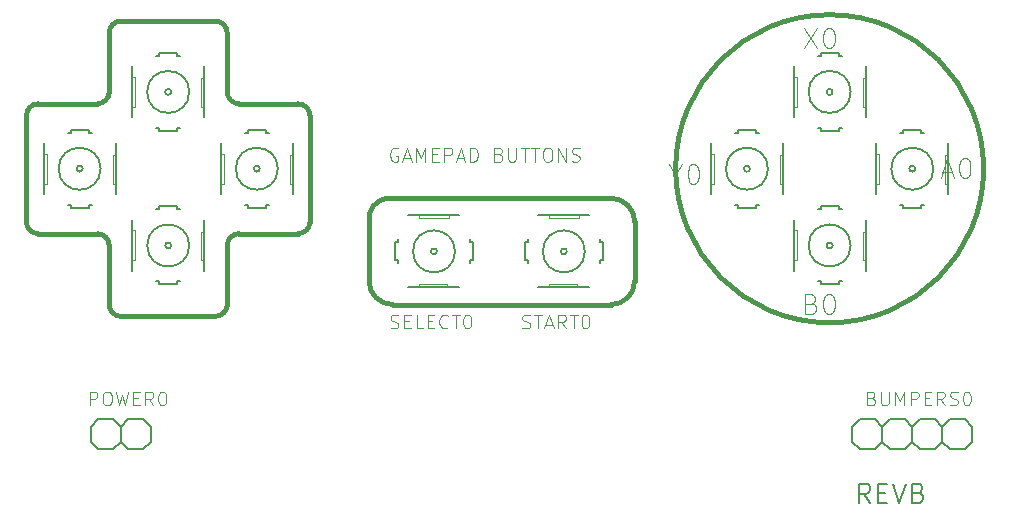
<source format=gbr>
%TF.GenerationSoftware,KiCad,Pcbnew,9.0.2*%
%TF.CreationDate,2025-06-21T15:19:28-04:00*%
%TF.ProjectId,PiGRRL-ButtonPCB,50694752-524c-42d4-9275-74746f6e5043,rev?*%
%TF.SameCoordinates,Original*%
%TF.FileFunction,Legend,Top*%
%TF.FilePolarity,Positive*%
%FSLAX46Y46*%
G04 Gerber Fmt 4.6, Leading zero omitted, Abs format (unit mm)*
G04 Created by KiCad (PCBNEW 9.0.2) date 2025-06-21 15:19:28*
%MOMM*%
%LPD*%
G01*
G04 APERTURE LIST*
%ADD10C,0.406400*%
%ADD11C,0.101600*%
%ADD12C,0.142240*%
%ADD13C,0.114300*%
%ADD14C,0.152400*%
%ADD15C,0.050800*%
G04 APERTURE END LIST*
D10*
X115001100Y-87003600D02*
G75*
G02*
X116001100Y-86003600I1000000J0D01*
G01*
X115001100Y-87003600D02*
X115001100Y-92003600D01*
X115001100Y-92003600D02*
G75*
G02*
X114001100Y-93003600I-1000000J0D01*
G01*
X114001100Y-93003600D02*
X109001100Y-93003600D01*
X108001100Y-94003600D02*
G75*
G02*
X109001100Y-93003600I1000000J0D01*
G01*
X108001100Y-94003600D02*
X108001100Y-103003600D01*
X109001100Y-104003600D02*
G75*
G02*
X108001100Y-103003600I0J1000000D01*
G01*
X109001100Y-104003600D02*
X114001100Y-104003600D01*
X114001100Y-104003600D02*
G75*
G02*
X115001100Y-105003600I0J-1000000D01*
G01*
X115001100Y-105003600D02*
X115001100Y-110003600D01*
X116001100Y-111003600D02*
G75*
G02*
X115001100Y-110003600I0J1000000D01*
G01*
X116001100Y-111003600D02*
X124001100Y-111003600D01*
X125001100Y-110003600D02*
G75*
G02*
X124001100Y-111003600I-1000000J0D01*
G01*
X116001100Y-86003600D02*
X124001100Y-86003600D01*
X124001100Y-86003600D02*
G75*
G02*
X125001100Y-87003600I0J-1000000D01*
G01*
X125001100Y-87003600D02*
X125001100Y-92003600D01*
X126001100Y-93003600D02*
G75*
G02*
X125001100Y-92003600I0J1000000D01*
G01*
X126001100Y-93003600D02*
X131001100Y-93003600D01*
X131001100Y-93003600D02*
G75*
G02*
X132001100Y-94003600I0J-1000000D01*
G01*
X132001100Y-94003600D02*
X132001100Y-103003600D01*
X132001100Y-103003600D02*
G75*
G02*
X131001100Y-104003600I-1000000J0D01*
G01*
X131001100Y-104003600D02*
X126001100Y-104003600D01*
X125001100Y-105003600D02*
G75*
G02*
X126001100Y-104003600I1000000J0D01*
G01*
X125001100Y-105003600D02*
X125001100Y-110003600D01*
X159501100Y-103003600D02*
X159501100Y-108003600D01*
X159501100Y-108003600D02*
G75*
G02*
X157501100Y-110003600I-2000000J0D01*
G01*
X157501100Y-110003600D02*
X139001100Y-110003600D01*
X139001100Y-110003600D02*
G75*
G02*
X137001100Y-108003600I0J2000000D01*
G01*
X137001100Y-108003600D02*
X137001100Y-103003600D01*
X137001100Y-103003600D02*
G75*
G02*
X138501100Y-101003600I1750000J250000D01*
G01*
X138501100Y-101003600D02*
X157501100Y-101003600D01*
X157501100Y-101003600D02*
G75*
G02*
X159501100Y-103003600I0J-2000000D01*
G01*
X189039503Y-98503600D02*
G75*
G02*
X162962697Y-98503600I-13038403J0D01*
G01*
X162962697Y-98503600D02*
G75*
G02*
X189039503Y-98503600I13038403J0D01*
G01*
D11*
X139438151Y-96788964D02*
X139326875Y-96733326D01*
X139326875Y-96733326D02*
X139159961Y-96733326D01*
X139159961Y-96733326D02*
X138993046Y-96788964D01*
X138993046Y-96788964D02*
X138881770Y-96900240D01*
X138881770Y-96900240D02*
X138826132Y-97011516D01*
X138826132Y-97011516D02*
X138770494Y-97234068D01*
X138770494Y-97234068D02*
X138770494Y-97400983D01*
X138770494Y-97400983D02*
X138826132Y-97623535D01*
X138826132Y-97623535D02*
X138881770Y-97734811D01*
X138881770Y-97734811D02*
X138993046Y-97846088D01*
X138993046Y-97846088D02*
X139159961Y-97901726D01*
X139159961Y-97901726D02*
X139271237Y-97901726D01*
X139271237Y-97901726D02*
X139438151Y-97846088D01*
X139438151Y-97846088D02*
X139493789Y-97790449D01*
X139493789Y-97790449D02*
X139493789Y-97400983D01*
X139493789Y-97400983D02*
X139271237Y-97400983D01*
X139938894Y-97567897D02*
X140495275Y-97567897D01*
X139827618Y-97901726D02*
X140217084Y-96733326D01*
X140217084Y-96733326D02*
X140606551Y-97901726D01*
X140996018Y-97901726D02*
X140996018Y-96733326D01*
X140996018Y-96733326D02*
X141385485Y-97567897D01*
X141385485Y-97567897D02*
X141774951Y-96733326D01*
X141774951Y-96733326D02*
X141774951Y-97901726D01*
X142331332Y-97289707D02*
X142720799Y-97289707D01*
X142887713Y-97901726D02*
X142331332Y-97901726D01*
X142331332Y-97901726D02*
X142331332Y-96733326D01*
X142331332Y-96733326D02*
X142887713Y-96733326D01*
X143388456Y-97901726D02*
X143388456Y-96733326D01*
X143388456Y-96733326D02*
X143833561Y-96733326D01*
X143833561Y-96733326D02*
X143944837Y-96788964D01*
X143944837Y-96788964D02*
X144000475Y-96844602D01*
X144000475Y-96844602D02*
X144056113Y-96955878D01*
X144056113Y-96955878D02*
X144056113Y-97122792D01*
X144056113Y-97122792D02*
X144000475Y-97234068D01*
X144000475Y-97234068D02*
X143944837Y-97289707D01*
X143944837Y-97289707D02*
X143833561Y-97345345D01*
X143833561Y-97345345D02*
X143388456Y-97345345D01*
X144501218Y-97567897D02*
X145057599Y-97567897D01*
X144389942Y-97901726D02*
X144779408Y-96733326D01*
X144779408Y-96733326D02*
X145168875Y-97901726D01*
X145558342Y-97901726D02*
X145558342Y-96733326D01*
X145558342Y-96733326D02*
X145836532Y-96733326D01*
X145836532Y-96733326D02*
X146003447Y-96788964D01*
X146003447Y-96788964D02*
X146114723Y-96900240D01*
X146114723Y-96900240D02*
X146170361Y-97011516D01*
X146170361Y-97011516D02*
X146225999Y-97234068D01*
X146225999Y-97234068D02*
X146225999Y-97400983D01*
X146225999Y-97400983D02*
X146170361Y-97623535D01*
X146170361Y-97623535D02*
X146114723Y-97734811D01*
X146114723Y-97734811D02*
X146003447Y-97846088D01*
X146003447Y-97846088D02*
X145836532Y-97901726D01*
X145836532Y-97901726D02*
X145558342Y-97901726D01*
X148006419Y-97289707D02*
X148173333Y-97345345D01*
X148173333Y-97345345D02*
X148228971Y-97400983D01*
X148228971Y-97400983D02*
X148284609Y-97512259D01*
X148284609Y-97512259D02*
X148284609Y-97679173D01*
X148284609Y-97679173D02*
X148228971Y-97790449D01*
X148228971Y-97790449D02*
X148173333Y-97846088D01*
X148173333Y-97846088D02*
X148062057Y-97901726D01*
X148062057Y-97901726D02*
X147616952Y-97901726D01*
X147616952Y-97901726D02*
X147616952Y-96733326D01*
X147616952Y-96733326D02*
X148006419Y-96733326D01*
X148006419Y-96733326D02*
X148117695Y-96788964D01*
X148117695Y-96788964D02*
X148173333Y-96844602D01*
X148173333Y-96844602D02*
X148228971Y-96955878D01*
X148228971Y-96955878D02*
X148228971Y-97067154D01*
X148228971Y-97067154D02*
X148173333Y-97178430D01*
X148173333Y-97178430D02*
X148117695Y-97234068D01*
X148117695Y-97234068D02*
X148006419Y-97289707D01*
X148006419Y-97289707D02*
X147616952Y-97289707D01*
X148785352Y-96733326D02*
X148785352Y-97679173D01*
X148785352Y-97679173D02*
X148840990Y-97790449D01*
X148840990Y-97790449D02*
X148896628Y-97846088D01*
X148896628Y-97846088D02*
X149007904Y-97901726D01*
X149007904Y-97901726D02*
X149230457Y-97901726D01*
X149230457Y-97901726D02*
X149341733Y-97846088D01*
X149341733Y-97846088D02*
X149397371Y-97790449D01*
X149397371Y-97790449D02*
X149453009Y-97679173D01*
X149453009Y-97679173D02*
X149453009Y-96733326D01*
X149842476Y-96733326D02*
X150510133Y-96733326D01*
X150176304Y-97901726D02*
X150176304Y-96733326D01*
X150732686Y-96733326D02*
X151400343Y-96733326D01*
X151066514Y-97901726D02*
X151066514Y-96733326D01*
X152012362Y-96733326D02*
X152234915Y-96733326D01*
X152234915Y-96733326D02*
X152346191Y-96788964D01*
X152346191Y-96788964D02*
X152457467Y-96900240D01*
X152457467Y-96900240D02*
X152513105Y-97122792D01*
X152513105Y-97122792D02*
X152513105Y-97512259D01*
X152513105Y-97512259D02*
X152457467Y-97734811D01*
X152457467Y-97734811D02*
X152346191Y-97846088D01*
X152346191Y-97846088D02*
X152234915Y-97901726D01*
X152234915Y-97901726D02*
X152012362Y-97901726D01*
X152012362Y-97901726D02*
X151901086Y-97846088D01*
X151901086Y-97846088D02*
X151789810Y-97734811D01*
X151789810Y-97734811D02*
X151734172Y-97512259D01*
X151734172Y-97512259D02*
X151734172Y-97122792D01*
X151734172Y-97122792D02*
X151789810Y-96900240D01*
X151789810Y-96900240D02*
X151901086Y-96788964D01*
X151901086Y-96788964D02*
X152012362Y-96733326D01*
X153013848Y-97901726D02*
X153013848Y-96733326D01*
X153013848Y-96733326D02*
X153681505Y-97901726D01*
X153681505Y-97901726D02*
X153681505Y-96733326D01*
X154182248Y-97846088D02*
X154349162Y-97901726D01*
X154349162Y-97901726D02*
X154627353Y-97901726D01*
X154627353Y-97901726D02*
X154738629Y-97846088D01*
X154738629Y-97846088D02*
X154794267Y-97790449D01*
X154794267Y-97790449D02*
X154849905Y-97679173D01*
X154849905Y-97679173D02*
X154849905Y-97567897D01*
X154849905Y-97567897D02*
X154794267Y-97456621D01*
X154794267Y-97456621D02*
X154738629Y-97400983D01*
X154738629Y-97400983D02*
X154627353Y-97345345D01*
X154627353Y-97345345D02*
X154404800Y-97289707D01*
X154404800Y-97289707D02*
X154293524Y-97234068D01*
X154293524Y-97234068D02*
X154237886Y-97178430D01*
X154237886Y-97178430D02*
X154182248Y-97067154D01*
X154182248Y-97067154D02*
X154182248Y-96955878D01*
X154182248Y-96955878D02*
X154237886Y-96844602D01*
X154237886Y-96844602D02*
X154293524Y-96788964D01*
X154293524Y-96788964D02*
X154404800Y-96733326D01*
X154404800Y-96733326D02*
X154682991Y-96733326D01*
X154682991Y-96733326D02*
X154849905Y-96788964D01*
D12*
X179418864Y-126796017D02*
X178873611Y-126017084D01*
X178484144Y-126796017D02*
X178484144Y-125160257D01*
X178484144Y-125160257D02*
X179107291Y-125160257D01*
X179107291Y-125160257D02*
X179263078Y-125238150D01*
X179263078Y-125238150D02*
X179340971Y-125316044D01*
X179340971Y-125316044D02*
X179418864Y-125471830D01*
X179418864Y-125471830D02*
X179418864Y-125705510D01*
X179418864Y-125705510D02*
X179340971Y-125861297D01*
X179340971Y-125861297D02*
X179263078Y-125939190D01*
X179263078Y-125939190D02*
X179107291Y-126017084D01*
X179107291Y-126017084D02*
X178484144Y-126017084D01*
X180119904Y-125939190D02*
X180665158Y-125939190D01*
X180898838Y-126796017D02*
X180119904Y-126796017D01*
X180119904Y-126796017D02*
X180119904Y-125160257D01*
X180119904Y-125160257D02*
X180898838Y-125160257D01*
X181366197Y-125160257D02*
X181911451Y-126796017D01*
X181911451Y-126796017D02*
X182456704Y-125160257D01*
X183547211Y-125939190D02*
X183780891Y-126017084D01*
X183780891Y-126017084D02*
X183858784Y-126094977D01*
X183858784Y-126094977D02*
X183936677Y-126250764D01*
X183936677Y-126250764D02*
X183936677Y-126484444D01*
X183936677Y-126484444D02*
X183858784Y-126640230D01*
X183858784Y-126640230D02*
X183780891Y-126718124D01*
X183780891Y-126718124D02*
X183625104Y-126796017D01*
X183625104Y-126796017D02*
X183001957Y-126796017D01*
X183001957Y-126796017D02*
X183001957Y-125160257D01*
X183001957Y-125160257D02*
X183547211Y-125160257D01*
X183547211Y-125160257D02*
X183702997Y-125238150D01*
X183702997Y-125238150D02*
X183780891Y-125316044D01*
X183780891Y-125316044D02*
X183858784Y-125471830D01*
X183858784Y-125471830D02*
X183858784Y-125627617D01*
X183858784Y-125627617D02*
X183780891Y-125783404D01*
X183780891Y-125783404D02*
X183702997Y-125861297D01*
X183702997Y-125861297D02*
X183547211Y-125939190D01*
X183547211Y-125939190D02*
X183001957Y-125939190D01*
D13*
X162945412Y-98996341D02*
X162945412Y-99788579D01*
X162390845Y-98124879D02*
X162945412Y-98996341D01*
X162945412Y-98996341D02*
X163499978Y-98124879D01*
X164371441Y-98124879D02*
X164529888Y-98124879D01*
X164529888Y-98124879D02*
X164688336Y-98204103D01*
X164688336Y-98204103D02*
X164767560Y-98283327D01*
X164767560Y-98283327D02*
X164846784Y-98441775D01*
X164846784Y-98441775D02*
X164926007Y-98758670D01*
X164926007Y-98758670D02*
X164926007Y-99154789D01*
X164926007Y-99154789D02*
X164846784Y-99471684D01*
X164846784Y-99471684D02*
X164767560Y-99630132D01*
X164767560Y-99630132D02*
X164688336Y-99709356D01*
X164688336Y-99709356D02*
X164529888Y-99788579D01*
X164529888Y-99788579D02*
X164371441Y-99788579D01*
X164371441Y-99788579D02*
X164212993Y-99709356D01*
X164212993Y-99709356D02*
X164133769Y-99630132D01*
X164133769Y-99630132D02*
X164054546Y-99471684D01*
X164054546Y-99471684D02*
X163975322Y-99154789D01*
X163975322Y-99154789D02*
X163975322Y-98758670D01*
X163975322Y-98758670D02*
X164054546Y-98441775D01*
X164054546Y-98441775D02*
X164133769Y-98283327D01*
X164133769Y-98283327D02*
X164212993Y-98204103D01*
X164212993Y-98204103D02*
X164371441Y-98124879D01*
X173811622Y-86624879D02*
X174920755Y-88288579D01*
X174920755Y-86624879D02*
X173811622Y-88288579D01*
X175871441Y-86624879D02*
X176029888Y-86624879D01*
X176029888Y-86624879D02*
X176188336Y-86704103D01*
X176188336Y-86704103D02*
X176267560Y-86783327D01*
X176267560Y-86783327D02*
X176346784Y-86941775D01*
X176346784Y-86941775D02*
X176426007Y-87258670D01*
X176426007Y-87258670D02*
X176426007Y-87654789D01*
X176426007Y-87654789D02*
X176346784Y-87971684D01*
X176346784Y-87971684D02*
X176267560Y-88130132D01*
X176267560Y-88130132D02*
X176188336Y-88209356D01*
X176188336Y-88209356D02*
X176029888Y-88288579D01*
X176029888Y-88288579D02*
X175871441Y-88288579D01*
X175871441Y-88288579D02*
X175712993Y-88209356D01*
X175712993Y-88209356D02*
X175633769Y-88130132D01*
X175633769Y-88130132D02*
X175554546Y-87971684D01*
X175554546Y-87971684D02*
X175475322Y-87654789D01*
X175475322Y-87654789D02*
X175475322Y-87258670D01*
X175475322Y-87258670D02*
X175554546Y-86941775D01*
X175554546Y-86941775D02*
X175633769Y-86783327D01*
X175633769Y-86783327D02*
X175712993Y-86704103D01*
X175712993Y-86704103D02*
X175871441Y-86624879D01*
X185549293Y-98813236D02*
X186341531Y-98813236D01*
X185390845Y-99288579D02*
X185945412Y-97624879D01*
X185945412Y-97624879D02*
X186499978Y-99288579D01*
X187371441Y-97624879D02*
X187529888Y-97624879D01*
X187529888Y-97624879D02*
X187688336Y-97704103D01*
X187688336Y-97704103D02*
X187767560Y-97783327D01*
X187767560Y-97783327D02*
X187846784Y-97941775D01*
X187846784Y-97941775D02*
X187926007Y-98258670D01*
X187926007Y-98258670D02*
X187926007Y-98654789D01*
X187926007Y-98654789D02*
X187846784Y-98971684D01*
X187846784Y-98971684D02*
X187767560Y-99130132D01*
X187767560Y-99130132D02*
X187688336Y-99209356D01*
X187688336Y-99209356D02*
X187529888Y-99288579D01*
X187529888Y-99288579D02*
X187371441Y-99288579D01*
X187371441Y-99288579D02*
X187212993Y-99209356D01*
X187212993Y-99209356D02*
X187133769Y-99130132D01*
X187133769Y-99130132D02*
X187054546Y-98971684D01*
X187054546Y-98971684D02*
X186975322Y-98654789D01*
X186975322Y-98654789D02*
X186975322Y-98258670D01*
X186975322Y-98258670D02*
X187054546Y-97941775D01*
X187054546Y-97941775D02*
X187133769Y-97783327D01*
X187133769Y-97783327D02*
X187212993Y-97704103D01*
X187212993Y-97704103D02*
X187371441Y-97624879D01*
X174445412Y-109917117D02*
X174683084Y-109996341D01*
X174683084Y-109996341D02*
X174762307Y-110075565D01*
X174762307Y-110075565D02*
X174841531Y-110234013D01*
X174841531Y-110234013D02*
X174841531Y-110471684D01*
X174841531Y-110471684D02*
X174762307Y-110630132D01*
X174762307Y-110630132D02*
X174683084Y-110709356D01*
X174683084Y-110709356D02*
X174524636Y-110788579D01*
X174524636Y-110788579D02*
X173890846Y-110788579D01*
X173890846Y-110788579D02*
X173890846Y-109124879D01*
X173890846Y-109124879D02*
X174445412Y-109124879D01*
X174445412Y-109124879D02*
X174603860Y-109204103D01*
X174603860Y-109204103D02*
X174683084Y-109283327D01*
X174683084Y-109283327D02*
X174762307Y-109441775D01*
X174762307Y-109441775D02*
X174762307Y-109600222D01*
X174762307Y-109600222D02*
X174683084Y-109758670D01*
X174683084Y-109758670D02*
X174603860Y-109837894D01*
X174603860Y-109837894D02*
X174445412Y-109917117D01*
X174445412Y-109917117D02*
X173890846Y-109917117D01*
X175871441Y-109124879D02*
X176029888Y-109124879D01*
X176029888Y-109124879D02*
X176188336Y-109204103D01*
X176188336Y-109204103D02*
X176267560Y-109283327D01*
X176267560Y-109283327D02*
X176346784Y-109441775D01*
X176346784Y-109441775D02*
X176426007Y-109758670D01*
X176426007Y-109758670D02*
X176426007Y-110154789D01*
X176426007Y-110154789D02*
X176346784Y-110471684D01*
X176346784Y-110471684D02*
X176267560Y-110630132D01*
X176267560Y-110630132D02*
X176188336Y-110709356D01*
X176188336Y-110709356D02*
X176029888Y-110788579D01*
X176029888Y-110788579D02*
X175871441Y-110788579D01*
X175871441Y-110788579D02*
X175712993Y-110709356D01*
X175712993Y-110709356D02*
X175633769Y-110630132D01*
X175633769Y-110630132D02*
X175554546Y-110471684D01*
X175554546Y-110471684D02*
X175475322Y-110154789D01*
X175475322Y-110154789D02*
X175475322Y-109758670D01*
X175475322Y-109758670D02*
X175554546Y-109441775D01*
X175554546Y-109441775D02*
X175633769Y-109283327D01*
X175633769Y-109283327D02*
X175712993Y-109204103D01*
X175712993Y-109204103D02*
X175871441Y-109124879D01*
X138833636Y-111970356D02*
X138998736Y-112025389D01*
X138998736Y-112025389D02*
X139273903Y-112025389D01*
X139273903Y-112025389D02*
X139383969Y-111970356D01*
X139383969Y-111970356D02*
X139439003Y-111915322D01*
X139439003Y-111915322D02*
X139494036Y-111805256D01*
X139494036Y-111805256D02*
X139494036Y-111695189D01*
X139494036Y-111695189D02*
X139439003Y-111585122D01*
X139439003Y-111585122D02*
X139383969Y-111530089D01*
X139383969Y-111530089D02*
X139273903Y-111475056D01*
X139273903Y-111475056D02*
X139053769Y-111420022D01*
X139053769Y-111420022D02*
X138943703Y-111364989D01*
X138943703Y-111364989D02*
X138888669Y-111309956D01*
X138888669Y-111309956D02*
X138833636Y-111199889D01*
X138833636Y-111199889D02*
X138833636Y-111089822D01*
X138833636Y-111089822D02*
X138888669Y-110979756D01*
X138888669Y-110979756D02*
X138943703Y-110924722D01*
X138943703Y-110924722D02*
X139053769Y-110869689D01*
X139053769Y-110869689D02*
X139328936Y-110869689D01*
X139328936Y-110869689D02*
X139494036Y-110924722D01*
X139989336Y-111420022D02*
X140374570Y-111420022D01*
X140539670Y-112025389D02*
X139989336Y-112025389D01*
X139989336Y-112025389D02*
X139989336Y-110869689D01*
X139989336Y-110869689D02*
X140539670Y-110869689D01*
X141585303Y-112025389D02*
X141034969Y-112025389D01*
X141034969Y-112025389D02*
X141034969Y-110869689D01*
X141970536Y-111420022D02*
X142355770Y-111420022D01*
X142520870Y-112025389D02*
X141970536Y-112025389D01*
X141970536Y-112025389D02*
X141970536Y-110869689D01*
X141970536Y-110869689D02*
X142520870Y-110869689D01*
X143676569Y-111915322D02*
X143621536Y-111970356D01*
X143621536Y-111970356D02*
X143456436Y-112025389D01*
X143456436Y-112025389D02*
X143346369Y-112025389D01*
X143346369Y-112025389D02*
X143181269Y-111970356D01*
X143181269Y-111970356D02*
X143071203Y-111860289D01*
X143071203Y-111860289D02*
X143016169Y-111750222D01*
X143016169Y-111750222D02*
X142961136Y-111530089D01*
X142961136Y-111530089D02*
X142961136Y-111364989D01*
X142961136Y-111364989D02*
X143016169Y-111144856D01*
X143016169Y-111144856D02*
X143071203Y-111034789D01*
X143071203Y-111034789D02*
X143181269Y-110924722D01*
X143181269Y-110924722D02*
X143346369Y-110869689D01*
X143346369Y-110869689D02*
X143456436Y-110869689D01*
X143456436Y-110869689D02*
X143621536Y-110924722D01*
X143621536Y-110924722D02*
X143676569Y-110979756D01*
X144006769Y-110869689D02*
X144667169Y-110869689D01*
X144336969Y-112025389D02*
X144336969Y-110869689D01*
X145272536Y-110869689D02*
X145382602Y-110869689D01*
X145382602Y-110869689D02*
X145492669Y-110924722D01*
X145492669Y-110924722D02*
X145547702Y-110979756D01*
X145547702Y-110979756D02*
X145602736Y-111089822D01*
X145602736Y-111089822D02*
X145657769Y-111309956D01*
X145657769Y-111309956D02*
X145657769Y-111585122D01*
X145657769Y-111585122D02*
X145602736Y-111805256D01*
X145602736Y-111805256D02*
X145547702Y-111915322D01*
X145547702Y-111915322D02*
X145492669Y-111970356D01*
X145492669Y-111970356D02*
X145382602Y-112025389D01*
X145382602Y-112025389D02*
X145272536Y-112025389D01*
X145272536Y-112025389D02*
X145162469Y-111970356D01*
X145162469Y-111970356D02*
X145107436Y-111915322D01*
X145107436Y-111915322D02*
X145052402Y-111805256D01*
X145052402Y-111805256D02*
X144997369Y-111585122D01*
X144997369Y-111585122D02*
X144997369Y-111309956D01*
X144997369Y-111309956D02*
X145052402Y-111089822D01*
X145052402Y-111089822D02*
X145107436Y-110979756D01*
X145107436Y-110979756D02*
X145162469Y-110924722D01*
X145162469Y-110924722D02*
X145272536Y-110869689D01*
X149989336Y-111970356D02*
X150154436Y-112025389D01*
X150154436Y-112025389D02*
X150429603Y-112025389D01*
X150429603Y-112025389D02*
X150539669Y-111970356D01*
X150539669Y-111970356D02*
X150594703Y-111915322D01*
X150594703Y-111915322D02*
X150649736Y-111805256D01*
X150649736Y-111805256D02*
X150649736Y-111695189D01*
X150649736Y-111695189D02*
X150594703Y-111585122D01*
X150594703Y-111585122D02*
X150539669Y-111530089D01*
X150539669Y-111530089D02*
X150429603Y-111475056D01*
X150429603Y-111475056D02*
X150209469Y-111420022D01*
X150209469Y-111420022D02*
X150099403Y-111364989D01*
X150099403Y-111364989D02*
X150044369Y-111309956D01*
X150044369Y-111309956D02*
X149989336Y-111199889D01*
X149989336Y-111199889D02*
X149989336Y-111089822D01*
X149989336Y-111089822D02*
X150044369Y-110979756D01*
X150044369Y-110979756D02*
X150099403Y-110924722D01*
X150099403Y-110924722D02*
X150209469Y-110869689D01*
X150209469Y-110869689D02*
X150484636Y-110869689D01*
X150484636Y-110869689D02*
X150649736Y-110924722D01*
X150979936Y-110869689D02*
X151640336Y-110869689D01*
X151310136Y-112025389D02*
X151310136Y-110869689D01*
X151970536Y-111695189D02*
X152520869Y-111695189D01*
X151860469Y-112025389D02*
X152245703Y-110869689D01*
X152245703Y-110869689D02*
X152630936Y-112025389D01*
X153676569Y-112025389D02*
X153291336Y-111475056D01*
X153016169Y-112025389D02*
X153016169Y-110869689D01*
X153016169Y-110869689D02*
X153456436Y-110869689D01*
X153456436Y-110869689D02*
X153566503Y-110924722D01*
X153566503Y-110924722D02*
X153621536Y-110979756D01*
X153621536Y-110979756D02*
X153676569Y-111089822D01*
X153676569Y-111089822D02*
X153676569Y-111254922D01*
X153676569Y-111254922D02*
X153621536Y-111364989D01*
X153621536Y-111364989D02*
X153566503Y-111420022D01*
X153566503Y-111420022D02*
X153456436Y-111475056D01*
X153456436Y-111475056D02*
X153016169Y-111475056D01*
X154006769Y-110869689D02*
X154667169Y-110869689D01*
X154336969Y-112025389D02*
X154336969Y-110869689D01*
X155272536Y-110869689D02*
X155382602Y-110869689D01*
X155382602Y-110869689D02*
X155492669Y-110924722D01*
X155492669Y-110924722D02*
X155547702Y-110979756D01*
X155547702Y-110979756D02*
X155602736Y-111089822D01*
X155602736Y-111089822D02*
X155657769Y-111309956D01*
X155657769Y-111309956D02*
X155657769Y-111585122D01*
X155657769Y-111585122D02*
X155602736Y-111805256D01*
X155602736Y-111805256D02*
X155547702Y-111915322D01*
X155547702Y-111915322D02*
X155492669Y-111970356D01*
X155492669Y-111970356D02*
X155382602Y-112025389D01*
X155382602Y-112025389D02*
X155272536Y-112025389D01*
X155272536Y-112025389D02*
X155162469Y-111970356D01*
X155162469Y-111970356D02*
X155107436Y-111915322D01*
X155107436Y-111915322D02*
X155052402Y-111805256D01*
X155052402Y-111805256D02*
X154997369Y-111585122D01*
X154997369Y-111585122D02*
X154997369Y-111309956D01*
X154997369Y-111309956D02*
X155052402Y-111089822D01*
X155052402Y-111089822D02*
X155107436Y-110979756D01*
X155107436Y-110979756D02*
X155162469Y-110924722D01*
X155162469Y-110924722D02*
X155272536Y-110869689D01*
X113344863Y-118527420D02*
X113344863Y-117371720D01*
X113344863Y-117371720D02*
X113785130Y-117371720D01*
X113785130Y-117371720D02*
X113895197Y-117426753D01*
X113895197Y-117426753D02*
X113950230Y-117481787D01*
X113950230Y-117481787D02*
X114005263Y-117591853D01*
X114005263Y-117591853D02*
X114005263Y-117756953D01*
X114005263Y-117756953D02*
X113950230Y-117867020D01*
X113950230Y-117867020D02*
X113895197Y-117922053D01*
X113895197Y-117922053D02*
X113785130Y-117977087D01*
X113785130Y-117977087D02*
X113344863Y-117977087D01*
X114720697Y-117371720D02*
X114940830Y-117371720D01*
X114940830Y-117371720D02*
X115050897Y-117426753D01*
X115050897Y-117426753D02*
X115160963Y-117536820D01*
X115160963Y-117536820D02*
X115215997Y-117756953D01*
X115215997Y-117756953D02*
X115215997Y-118142187D01*
X115215997Y-118142187D02*
X115160963Y-118362320D01*
X115160963Y-118362320D02*
X115050897Y-118472387D01*
X115050897Y-118472387D02*
X114940830Y-118527420D01*
X114940830Y-118527420D02*
X114720697Y-118527420D01*
X114720697Y-118527420D02*
X114610630Y-118472387D01*
X114610630Y-118472387D02*
X114500563Y-118362320D01*
X114500563Y-118362320D02*
X114445530Y-118142187D01*
X114445530Y-118142187D02*
X114445530Y-117756953D01*
X114445530Y-117756953D02*
X114500563Y-117536820D01*
X114500563Y-117536820D02*
X114610630Y-117426753D01*
X114610630Y-117426753D02*
X114720697Y-117371720D01*
X115601230Y-117371720D02*
X115876396Y-118527420D01*
X115876396Y-118527420D02*
X116096530Y-117701920D01*
X116096530Y-117701920D02*
X116316663Y-118527420D01*
X116316663Y-118527420D02*
X116591830Y-117371720D01*
X117032096Y-117922053D02*
X117417330Y-117922053D01*
X117582430Y-118527420D02*
X117032096Y-118527420D01*
X117032096Y-118527420D02*
X117032096Y-117371720D01*
X117032096Y-117371720D02*
X117582430Y-117371720D01*
X118738129Y-118527420D02*
X118352896Y-117977087D01*
X118077729Y-118527420D02*
X118077729Y-117371720D01*
X118077729Y-117371720D02*
X118517996Y-117371720D01*
X118517996Y-117371720D02*
X118628063Y-117426753D01*
X118628063Y-117426753D02*
X118683096Y-117481787D01*
X118683096Y-117481787D02*
X118738129Y-117591853D01*
X118738129Y-117591853D02*
X118738129Y-117756953D01*
X118738129Y-117756953D02*
X118683096Y-117867020D01*
X118683096Y-117867020D02*
X118628063Y-117922053D01*
X118628063Y-117922053D02*
X118517996Y-117977087D01*
X118517996Y-117977087D02*
X118077729Y-117977087D01*
X119453563Y-117371720D02*
X119563629Y-117371720D01*
X119563629Y-117371720D02*
X119673696Y-117426753D01*
X119673696Y-117426753D02*
X119728729Y-117481787D01*
X119728729Y-117481787D02*
X119783763Y-117591853D01*
X119783763Y-117591853D02*
X119838796Y-117811987D01*
X119838796Y-117811987D02*
X119838796Y-118087153D01*
X119838796Y-118087153D02*
X119783763Y-118307287D01*
X119783763Y-118307287D02*
X119728729Y-118417353D01*
X119728729Y-118417353D02*
X119673696Y-118472387D01*
X119673696Y-118472387D02*
X119563629Y-118527420D01*
X119563629Y-118527420D02*
X119453563Y-118527420D01*
X119453563Y-118527420D02*
X119343496Y-118472387D01*
X119343496Y-118472387D02*
X119288463Y-118417353D01*
X119288463Y-118417353D02*
X119233429Y-118307287D01*
X119233429Y-118307287D02*
X119178396Y-118087153D01*
X119178396Y-118087153D02*
X119178396Y-117811987D01*
X119178396Y-117811987D02*
X119233429Y-117591853D01*
X119233429Y-117591853D02*
X119288463Y-117481787D01*
X119288463Y-117481787D02*
X119343496Y-117426753D01*
X119343496Y-117426753D02*
X119453563Y-117371720D01*
X179580497Y-117922053D02*
X179745597Y-117977087D01*
X179745597Y-117977087D02*
X179800630Y-118032120D01*
X179800630Y-118032120D02*
X179855663Y-118142187D01*
X179855663Y-118142187D02*
X179855663Y-118307287D01*
X179855663Y-118307287D02*
X179800630Y-118417353D01*
X179800630Y-118417353D02*
X179745597Y-118472387D01*
X179745597Y-118472387D02*
X179635530Y-118527420D01*
X179635530Y-118527420D02*
X179195263Y-118527420D01*
X179195263Y-118527420D02*
X179195263Y-117371720D01*
X179195263Y-117371720D02*
X179580497Y-117371720D01*
X179580497Y-117371720D02*
X179690563Y-117426753D01*
X179690563Y-117426753D02*
X179745597Y-117481787D01*
X179745597Y-117481787D02*
X179800630Y-117591853D01*
X179800630Y-117591853D02*
X179800630Y-117701920D01*
X179800630Y-117701920D02*
X179745597Y-117811987D01*
X179745597Y-117811987D02*
X179690563Y-117867020D01*
X179690563Y-117867020D02*
X179580497Y-117922053D01*
X179580497Y-117922053D02*
X179195263Y-117922053D01*
X180350963Y-117371720D02*
X180350963Y-118307287D01*
X180350963Y-118307287D02*
X180405997Y-118417353D01*
X180405997Y-118417353D02*
X180461030Y-118472387D01*
X180461030Y-118472387D02*
X180571097Y-118527420D01*
X180571097Y-118527420D02*
X180791230Y-118527420D01*
X180791230Y-118527420D02*
X180901297Y-118472387D01*
X180901297Y-118472387D02*
X180956330Y-118417353D01*
X180956330Y-118417353D02*
X181011363Y-118307287D01*
X181011363Y-118307287D02*
X181011363Y-117371720D01*
X181561696Y-118527420D02*
X181561696Y-117371720D01*
X181561696Y-117371720D02*
X181946930Y-118197220D01*
X181946930Y-118197220D02*
X182332163Y-117371720D01*
X182332163Y-117371720D02*
X182332163Y-118527420D01*
X182882496Y-118527420D02*
X182882496Y-117371720D01*
X182882496Y-117371720D02*
X183322763Y-117371720D01*
X183322763Y-117371720D02*
X183432830Y-117426753D01*
X183432830Y-117426753D02*
X183487863Y-117481787D01*
X183487863Y-117481787D02*
X183542896Y-117591853D01*
X183542896Y-117591853D02*
X183542896Y-117756953D01*
X183542896Y-117756953D02*
X183487863Y-117867020D01*
X183487863Y-117867020D02*
X183432830Y-117922053D01*
X183432830Y-117922053D02*
X183322763Y-117977087D01*
X183322763Y-117977087D02*
X182882496Y-117977087D01*
X184038196Y-117922053D02*
X184423430Y-117922053D01*
X184588530Y-118527420D02*
X184038196Y-118527420D01*
X184038196Y-118527420D02*
X184038196Y-117371720D01*
X184038196Y-117371720D02*
X184588530Y-117371720D01*
X185744229Y-118527420D02*
X185358996Y-117977087D01*
X185083829Y-118527420D02*
X185083829Y-117371720D01*
X185083829Y-117371720D02*
X185524096Y-117371720D01*
X185524096Y-117371720D02*
X185634163Y-117426753D01*
X185634163Y-117426753D02*
X185689196Y-117481787D01*
X185689196Y-117481787D02*
X185744229Y-117591853D01*
X185744229Y-117591853D02*
X185744229Y-117756953D01*
X185744229Y-117756953D02*
X185689196Y-117867020D01*
X185689196Y-117867020D02*
X185634163Y-117922053D01*
X185634163Y-117922053D02*
X185524096Y-117977087D01*
X185524096Y-117977087D02*
X185083829Y-117977087D01*
X186184496Y-118472387D02*
X186349596Y-118527420D01*
X186349596Y-118527420D02*
X186624763Y-118527420D01*
X186624763Y-118527420D02*
X186734829Y-118472387D01*
X186734829Y-118472387D02*
X186789863Y-118417353D01*
X186789863Y-118417353D02*
X186844896Y-118307287D01*
X186844896Y-118307287D02*
X186844896Y-118197220D01*
X186844896Y-118197220D02*
X186789863Y-118087153D01*
X186789863Y-118087153D02*
X186734829Y-118032120D01*
X186734829Y-118032120D02*
X186624763Y-117977087D01*
X186624763Y-117977087D02*
X186404629Y-117922053D01*
X186404629Y-117922053D02*
X186294563Y-117867020D01*
X186294563Y-117867020D02*
X186239529Y-117811987D01*
X186239529Y-117811987D02*
X186184496Y-117701920D01*
X186184496Y-117701920D02*
X186184496Y-117591853D01*
X186184496Y-117591853D02*
X186239529Y-117481787D01*
X186239529Y-117481787D02*
X186294563Y-117426753D01*
X186294563Y-117426753D02*
X186404629Y-117371720D01*
X186404629Y-117371720D02*
X186679796Y-117371720D01*
X186679796Y-117371720D02*
X186844896Y-117426753D01*
X187560330Y-117371720D02*
X187670396Y-117371720D01*
X187670396Y-117371720D02*
X187780463Y-117426753D01*
X187780463Y-117426753D02*
X187835496Y-117481787D01*
X187835496Y-117481787D02*
X187890530Y-117591853D01*
X187890530Y-117591853D02*
X187945563Y-117811987D01*
X187945563Y-117811987D02*
X187945563Y-118087153D01*
X187945563Y-118087153D02*
X187890530Y-118307287D01*
X187890530Y-118307287D02*
X187835496Y-118417353D01*
X187835496Y-118417353D02*
X187780463Y-118472387D01*
X187780463Y-118472387D02*
X187670396Y-118527420D01*
X187670396Y-118527420D02*
X187560330Y-118527420D01*
X187560330Y-118527420D02*
X187450263Y-118472387D01*
X187450263Y-118472387D02*
X187395230Y-118417353D01*
X187395230Y-118417353D02*
X187340196Y-118307287D01*
X187340196Y-118307287D02*
X187285163Y-118087153D01*
X187285163Y-118087153D02*
X187285163Y-117811987D01*
X187285163Y-117811987D02*
X187340196Y-117591853D01*
X187340196Y-117591853D02*
X187395230Y-117481787D01*
X187395230Y-117481787D02*
X187450263Y-117426753D01*
X187450263Y-117426753D02*
X187560330Y-117371720D01*
D14*
%TO.C,LEFT0*%
X112755100Y-98503600D02*
G75*
G02*
X112247100Y-98503600I-254000J0D01*
G01*
X112247100Y-98503600D02*
G75*
G02*
X112755100Y-98503600I254000J0D01*
G01*
X114279100Y-98503600D02*
G75*
G02*
X110723100Y-98503600I-1778000J0D01*
G01*
X110723100Y-98503600D02*
G75*
G02*
X114279100Y-98503600I1778000J0D01*
G01*
X111739100Y-101551600D02*
X111485100Y-101551600D01*
X113263100Y-101551600D02*
X113517100Y-101551600D01*
X111739100Y-95455600D02*
X111485100Y-95455600D01*
X113263100Y-95455600D02*
X113517100Y-95455600D01*
X115549100Y-97360600D02*
X115549100Y-96344600D01*
X115549100Y-99773600D02*
X115549100Y-97360600D01*
X109453100Y-99773600D02*
X109453100Y-100662600D01*
X109453100Y-97233600D02*
X109453100Y-99773600D01*
X109453100Y-96344600D02*
X109453100Y-97233600D01*
X115549100Y-100662600D02*
X115549100Y-99773600D01*
D15*
X115295100Y-99773600D02*
X115549100Y-99773600D01*
X115295100Y-97360600D02*
X115549100Y-97360600D01*
X115295100Y-97360600D02*
X115295100Y-99773600D01*
X109707100Y-97233600D02*
X109453100Y-97233600D01*
X109707100Y-97233600D02*
X109707100Y-99773600D01*
X109453100Y-99773600D02*
X109707100Y-99773600D01*
D14*
X113263100Y-101551600D02*
X113263100Y-101805600D01*
X111739100Y-101805600D02*
X113263100Y-101805600D01*
X111739100Y-101805600D02*
X111739100Y-101551600D01*
X111739100Y-95455600D02*
X111739100Y-95201600D01*
X113263100Y-95201600D02*
X111739100Y-95201600D01*
X113263100Y-95201600D02*
X113263100Y-95455600D01*
%TO.C,UP0*%
X120255100Y-92003600D02*
G75*
G02*
X119747100Y-92003600I-254000J0D01*
G01*
X119747100Y-92003600D02*
G75*
G02*
X120255100Y-92003600I254000J0D01*
G01*
X121779100Y-92003600D02*
G75*
G02*
X118223100Y-92003600I-1778000J0D01*
G01*
X118223100Y-92003600D02*
G75*
G02*
X121779100Y-92003600I1778000J0D01*
G01*
X119239100Y-95051600D02*
X118985100Y-95051600D01*
X120763100Y-95051600D02*
X121017100Y-95051600D01*
X119239100Y-88955600D02*
X118985100Y-88955600D01*
X120763100Y-88955600D02*
X121017100Y-88955600D01*
X123049100Y-90860600D02*
X123049100Y-89844600D01*
X123049100Y-93273600D02*
X123049100Y-90860600D01*
X116953100Y-93273600D02*
X116953100Y-94162600D01*
X116953100Y-90733600D02*
X116953100Y-93273600D01*
X116953100Y-89844600D02*
X116953100Y-90733600D01*
X123049100Y-94162600D02*
X123049100Y-93273600D01*
D15*
X122795100Y-93273600D02*
X123049100Y-93273600D01*
X122795100Y-90860600D02*
X123049100Y-90860600D01*
X122795100Y-90860600D02*
X122795100Y-93273600D01*
X117207100Y-90733600D02*
X116953100Y-90733600D01*
X117207100Y-90733600D02*
X117207100Y-93273600D01*
X116953100Y-93273600D02*
X117207100Y-93273600D01*
D14*
X120763100Y-95051600D02*
X120763100Y-95305600D01*
X119239100Y-95305600D02*
X120763100Y-95305600D01*
X119239100Y-95305600D02*
X119239100Y-95051600D01*
X119239100Y-88955600D02*
X119239100Y-88701600D01*
X120763100Y-88701600D02*
X119239100Y-88701600D01*
X120763100Y-88701600D02*
X120763100Y-88955600D01*
%TO.C,Y0*%
X169255100Y-98503600D02*
G75*
G02*
X168747100Y-98503600I-254000J0D01*
G01*
X168747100Y-98503600D02*
G75*
G02*
X169255100Y-98503600I254000J0D01*
G01*
X170779100Y-98503600D02*
G75*
G02*
X167223100Y-98503600I-1778000J0D01*
G01*
X167223100Y-98503600D02*
G75*
G02*
X170779100Y-98503600I1778000J0D01*
G01*
X168239100Y-101551600D02*
X167985100Y-101551600D01*
X169763100Y-101551600D02*
X170017100Y-101551600D01*
X168239100Y-95455600D02*
X167985100Y-95455600D01*
X169763100Y-95455600D02*
X170017100Y-95455600D01*
X172049100Y-97360600D02*
X172049100Y-96344600D01*
X172049100Y-99773600D02*
X172049100Y-97360600D01*
X165953100Y-99773600D02*
X165953100Y-100662600D01*
X165953100Y-97233600D02*
X165953100Y-99773600D01*
X165953100Y-96344600D02*
X165953100Y-97233600D01*
X172049100Y-100662600D02*
X172049100Y-99773600D01*
D15*
X171795100Y-99773600D02*
X172049100Y-99773600D01*
X171795100Y-97360600D02*
X172049100Y-97360600D01*
X171795100Y-97360600D02*
X171795100Y-99773600D01*
X166207100Y-97233600D02*
X165953100Y-97233600D01*
X166207100Y-97233600D02*
X166207100Y-99773600D01*
X165953100Y-99773600D02*
X166207100Y-99773600D01*
D14*
X169763100Y-101551600D02*
X169763100Y-101805600D01*
X168239100Y-101805600D02*
X169763100Y-101805600D01*
X168239100Y-101805600D02*
X168239100Y-101551600D01*
X168239100Y-95455600D02*
X168239100Y-95201600D01*
X169763100Y-95201600D02*
X168239100Y-95201600D01*
X169763100Y-95201600D02*
X169763100Y-95455600D01*
%TO.C,RIGHT0*%
X127755100Y-98503600D02*
G75*
G02*
X127247100Y-98503600I-254000J0D01*
G01*
X127247100Y-98503600D02*
G75*
G02*
X127755100Y-98503600I254000J0D01*
G01*
X129279100Y-98503600D02*
G75*
G02*
X125723100Y-98503600I-1778000J0D01*
G01*
X125723100Y-98503600D02*
G75*
G02*
X129279100Y-98503600I1778000J0D01*
G01*
X126739100Y-101551600D02*
X126485100Y-101551600D01*
X128263100Y-101551600D02*
X128517100Y-101551600D01*
X126739100Y-95455600D02*
X126485100Y-95455600D01*
X128263100Y-95455600D02*
X128517100Y-95455600D01*
X130549100Y-97360600D02*
X130549100Y-96344600D01*
X130549100Y-99773600D02*
X130549100Y-97360600D01*
X124453100Y-99773600D02*
X124453100Y-100662600D01*
X124453100Y-97233600D02*
X124453100Y-99773600D01*
X124453100Y-96344600D02*
X124453100Y-97233600D01*
X130549100Y-100662600D02*
X130549100Y-99773600D01*
D15*
X130295100Y-99773600D02*
X130549100Y-99773600D01*
X130295100Y-97360600D02*
X130549100Y-97360600D01*
X130295100Y-97360600D02*
X130295100Y-99773600D01*
X124707100Y-97233600D02*
X124453100Y-97233600D01*
X124707100Y-97233600D02*
X124707100Y-99773600D01*
X124453100Y-99773600D02*
X124707100Y-99773600D01*
D14*
X128263100Y-101551600D02*
X128263100Y-101805600D01*
X126739100Y-101805600D02*
X128263100Y-101805600D01*
X126739100Y-101805600D02*
X126739100Y-101551600D01*
X126739100Y-95455600D02*
X126739100Y-95201600D01*
X128263100Y-95201600D02*
X126739100Y-95201600D01*
X128263100Y-95201600D02*
X128263100Y-95455600D01*
%TO.C,DOWN0*%
X120255100Y-105003600D02*
G75*
G02*
X119747100Y-105003600I-254000J0D01*
G01*
X119747100Y-105003600D02*
G75*
G02*
X120255100Y-105003600I254000J0D01*
G01*
X121779100Y-105003600D02*
G75*
G02*
X118223100Y-105003600I-1778000J0D01*
G01*
X118223100Y-105003600D02*
G75*
G02*
X121779100Y-105003600I1778000J0D01*
G01*
X119239100Y-108051600D02*
X118985100Y-108051600D01*
X120763100Y-108051600D02*
X121017100Y-108051600D01*
X119239100Y-101955600D02*
X118985100Y-101955600D01*
X120763100Y-101955600D02*
X121017100Y-101955600D01*
X123049100Y-103860600D02*
X123049100Y-102844600D01*
X123049100Y-106273600D02*
X123049100Y-103860600D01*
X116953100Y-106273600D02*
X116953100Y-107162600D01*
X116953100Y-103733600D02*
X116953100Y-106273600D01*
X116953100Y-102844600D02*
X116953100Y-103733600D01*
X123049100Y-107162600D02*
X123049100Y-106273600D01*
D15*
X122795100Y-106273600D02*
X123049100Y-106273600D01*
X122795100Y-103860600D02*
X123049100Y-103860600D01*
X122795100Y-103860600D02*
X122795100Y-106273600D01*
X117207100Y-103733600D02*
X116953100Y-103733600D01*
X117207100Y-103733600D02*
X117207100Y-106273600D01*
X116953100Y-106273600D02*
X117207100Y-106273600D01*
D14*
X120763100Y-108051600D02*
X120763100Y-108305600D01*
X119239100Y-108305600D02*
X120763100Y-108305600D01*
X119239100Y-108305600D02*
X119239100Y-108051600D01*
X119239100Y-101955600D02*
X119239100Y-101701600D01*
X120763100Y-101701600D02*
X119239100Y-101701600D01*
X120763100Y-101701600D02*
X120763100Y-101955600D01*
%TO.C,X0*%
X176255100Y-92003600D02*
G75*
G02*
X175747100Y-92003600I-254000J0D01*
G01*
X175747100Y-92003600D02*
G75*
G02*
X176255100Y-92003600I254000J0D01*
G01*
X177779100Y-92003600D02*
G75*
G02*
X174223100Y-92003600I-1778000J0D01*
G01*
X174223100Y-92003600D02*
G75*
G02*
X177779100Y-92003600I1778000J0D01*
G01*
X175239100Y-95051600D02*
X174985100Y-95051600D01*
X176763100Y-95051600D02*
X177017100Y-95051600D01*
X175239100Y-88955600D02*
X174985100Y-88955600D01*
X176763100Y-88955600D02*
X177017100Y-88955600D01*
X179049100Y-90860600D02*
X179049100Y-89844600D01*
X179049100Y-93273600D02*
X179049100Y-90860600D01*
X172953100Y-93273600D02*
X172953100Y-94162600D01*
X172953100Y-90733600D02*
X172953100Y-93273600D01*
X172953100Y-89844600D02*
X172953100Y-90733600D01*
X179049100Y-94162600D02*
X179049100Y-93273600D01*
D15*
X178795100Y-93273600D02*
X179049100Y-93273600D01*
X178795100Y-90860600D02*
X179049100Y-90860600D01*
X178795100Y-90860600D02*
X178795100Y-93273600D01*
X173207100Y-90733600D02*
X172953100Y-90733600D01*
X173207100Y-90733600D02*
X173207100Y-93273600D01*
X172953100Y-93273600D02*
X173207100Y-93273600D01*
D14*
X176763100Y-95051600D02*
X176763100Y-95305600D01*
X175239100Y-95305600D02*
X176763100Y-95305600D01*
X175239100Y-95305600D02*
X175239100Y-95051600D01*
X175239100Y-88955600D02*
X175239100Y-88701600D01*
X176763100Y-88701600D02*
X175239100Y-88701600D01*
X176763100Y-88701600D02*
X176763100Y-88955600D01*
%TO.C,A0*%
X183255100Y-98503600D02*
G75*
G02*
X182747100Y-98503600I-254000J0D01*
G01*
X182747100Y-98503600D02*
G75*
G02*
X183255100Y-98503600I254000J0D01*
G01*
X184779100Y-98503600D02*
G75*
G02*
X181223100Y-98503600I-1778000J0D01*
G01*
X181223100Y-98503600D02*
G75*
G02*
X184779100Y-98503600I1778000J0D01*
G01*
X182239100Y-101551600D02*
X181985100Y-101551600D01*
X183763100Y-101551600D02*
X184017100Y-101551600D01*
X182239100Y-95455600D02*
X181985100Y-95455600D01*
X183763100Y-95455600D02*
X184017100Y-95455600D01*
X186049100Y-97360600D02*
X186049100Y-96344600D01*
X186049100Y-99773600D02*
X186049100Y-97360600D01*
X179953100Y-99773600D02*
X179953100Y-100662600D01*
X179953100Y-97233600D02*
X179953100Y-99773600D01*
X179953100Y-96344600D02*
X179953100Y-97233600D01*
X186049100Y-100662600D02*
X186049100Y-99773600D01*
D15*
X185795100Y-99773600D02*
X186049100Y-99773600D01*
X185795100Y-97360600D02*
X186049100Y-97360600D01*
X185795100Y-97360600D02*
X185795100Y-99773600D01*
X180207100Y-97233600D02*
X179953100Y-97233600D01*
X180207100Y-97233600D02*
X180207100Y-99773600D01*
X179953100Y-99773600D02*
X180207100Y-99773600D01*
D14*
X183763100Y-101551600D02*
X183763100Y-101805600D01*
X182239100Y-101805600D02*
X183763100Y-101805600D01*
X182239100Y-101805600D02*
X182239100Y-101551600D01*
X182239100Y-95455600D02*
X182239100Y-95201600D01*
X183763100Y-95201600D02*
X182239100Y-95201600D01*
X183763100Y-95201600D02*
X183763100Y-95455600D01*
%TO.C,B0*%
X176255100Y-105003600D02*
G75*
G02*
X175747100Y-105003600I-254000J0D01*
G01*
X175747100Y-105003600D02*
G75*
G02*
X176255100Y-105003600I254000J0D01*
G01*
X177779100Y-105003600D02*
G75*
G02*
X174223100Y-105003600I-1778000J0D01*
G01*
X174223100Y-105003600D02*
G75*
G02*
X177779100Y-105003600I1778000J0D01*
G01*
X175239100Y-108051600D02*
X174985100Y-108051600D01*
X176763100Y-108051600D02*
X177017100Y-108051600D01*
X175239100Y-101955600D02*
X174985100Y-101955600D01*
X176763100Y-101955600D02*
X177017100Y-101955600D01*
X179049100Y-103860600D02*
X179049100Y-102844600D01*
X179049100Y-106273600D02*
X179049100Y-103860600D01*
X172953100Y-106273600D02*
X172953100Y-107162600D01*
X172953100Y-103733600D02*
X172953100Y-106273600D01*
X172953100Y-102844600D02*
X172953100Y-103733600D01*
X179049100Y-107162600D02*
X179049100Y-106273600D01*
D15*
X178795100Y-106273600D02*
X179049100Y-106273600D01*
X178795100Y-103860600D02*
X179049100Y-103860600D01*
X178795100Y-103860600D02*
X178795100Y-106273600D01*
X173207100Y-103733600D02*
X172953100Y-103733600D01*
X173207100Y-103733600D02*
X173207100Y-106273600D01*
X172953100Y-106273600D02*
X173207100Y-106273600D01*
D14*
X176763100Y-108051600D02*
X176763100Y-108305600D01*
X175239100Y-108305600D02*
X176763100Y-108305600D01*
X175239100Y-108305600D02*
X175239100Y-108051600D01*
X175239100Y-101955600D02*
X175239100Y-101701600D01*
X176763100Y-101701600D02*
X175239100Y-101701600D01*
X176763100Y-101701600D02*
X176763100Y-101955600D01*
%TO.C,SELECT0*%
X142755100Y-105503600D02*
G75*
G02*
X142247100Y-105503600I-254000J0D01*
G01*
X142247100Y-105503600D02*
G75*
G02*
X142755100Y-105503600I254000J0D01*
G01*
X144279100Y-105503600D02*
G75*
G02*
X140723100Y-105503600I-1778000J0D01*
G01*
X140723100Y-105503600D02*
G75*
G02*
X144279100Y-105503600I1778000J0D01*
G01*
X139453100Y-104741600D02*
X139453100Y-104487600D01*
X139453100Y-106265600D02*
X139453100Y-106519600D01*
X145549100Y-104741600D02*
X145549100Y-104487600D01*
X145549100Y-106265600D02*
X145549100Y-106519600D01*
X143644100Y-108551600D02*
X144660100Y-108551600D01*
X141231100Y-108551600D02*
X143644100Y-108551600D01*
X141231100Y-102455600D02*
X140342100Y-102455600D01*
X143771100Y-102455600D02*
X141231100Y-102455600D01*
X144660100Y-102455600D02*
X143771100Y-102455600D01*
X140342100Y-108551600D02*
X141231100Y-108551600D01*
D15*
X141231100Y-108297600D02*
X141231100Y-108551600D01*
X143644100Y-108297600D02*
X143644100Y-108551600D01*
X143644100Y-108297600D02*
X141231100Y-108297600D01*
X143771100Y-102709600D02*
X143771100Y-102455600D01*
X143771100Y-102709600D02*
X141231100Y-102709600D01*
X141231100Y-102455600D02*
X141231100Y-102709600D01*
D14*
X139453100Y-106265600D02*
X139199100Y-106265600D01*
X139199100Y-104741600D02*
X139199100Y-106265600D01*
X139199100Y-104741600D02*
X139453100Y-104741600D01*
X145549100Y-104741600D02*
X145803100Y-104741600D01*
X145803100Y-106265600D02*
X145803100Y-104741600D01*
X145803100Y-106265600D02*
X145549100Y-106265600D01*
%TO.C,START0*%
X153755100Y-105503600D02*
G75*
G02*
X153247100Y-105503600I-254000J0D01*
G01*
X153247100Y-105503600D02*
G75*
G02*
X153755100Y-105503600I254000J0D01*
G01*
X155279100Y-105503600D02*
G75*
G02*
X151723100Y-105503600I-1778000J0D01*
G01*
X151723100Y-105503600D02*
G75*
G02*
X155279100Y-105503600I1778000J0D01*
G01*
X150453100Y-104741600D02*
X150453100Y-104487600D01*
X150453100Y-106265600D02*
X150453100Y-106519600D01*
X156549100Y-104741600D02*
X156549100Y-104487600D01*
X156549100Y-106265600D02*
X156549100Y-106519600D01*
X154644100Y-108551600D02*
X155660100Y-108551600D01*
X152231100Y-108551600D02*
X154644100Y-108551600D01*
X152231100Y-102455600D02*
X151342100Y-102455600D01*
X154771100Y-102455600D02*
X152231100Y-102455600D01*
X155660100Y-102455600D02*
X154771100Y-102455600D01*
X151342100Y-108551600D02*
X152231100Y-108551600D01*
D15*
X152231100Y-108297600D02*
X152231100Y-108551600D01*
X154644100Y-108297600D02*
X154644100Y-108551600D01*
X154644100Y-108297600D02*
X152231100Y-108297600D01*
X154771100Y-102709600D02*
X154771100Y-102455600D01*
X154771100Y-102709600D02*
X152231100Y-102709600D01*
X152231100Y-102455600D02*
X152231100Y-102709600D01*
D14*
X150453100Y-106265600D02*
X150199100Y-106265600D01*
X150199100Y-104741600D02*
X150199100Y-106265600D01*
X150199100Y-104741600D02*
X150453100Y-104741600D01*
X156549100Y-104741600D02*
X156803100Y-104741600D01*
X156803100Y-106265600D02*
X156803100Y-104741600D01*
X156803100Y-106265600D02*
X156549100Y-106265600D01*
%TO.C,POWER0*%
X116636100Y-122273600D02*
X116001100Y-121638600D01*
X117906100Y-122273600D02*
X116636100Y-122273600D01*
X118541100Y-121638600D02*
X117906100Y-122273600D01*
X118541100Y-120368600D02*
X118541100Y-121638600D01*
X117906100Y-119733600D02*
X118541100Y-120368600D01*
X116636100Y-119733600D02*
X117906100Y-119733600D01*
X116001100Y-120368600D02*
X116636100Y-119733600D01*
X115366100Y-122273600D02*
X114096100Y-122273600D01*
X113461100Y-121638600D02*
X114096100Y-122273600D01*
X114096100Y-119733600D02*
X113461100Y-120368600D01*
X113461100Y-120368600D02*
X113461100Y-121638600D01*
X116001100Y-121638600D02*
X115366100Y-122273600D01*
X116001100Y-120368600D02*
X116001100Y-121638600D01*
X115366100Y-119733600D02*
X116001100Y-120368600D01*
X114096100Y-119733600D02*
X115366100Y-119733600D01*
%TO.C,BUMPERS0*%
X187446100Y-122273600D02*
X186176100Y-122273600D01*
X185541100Y-121638600D02*
X186176100Y-122273600D01*
X186176100Y-119733600D02*
X185541100Y-120368600D01*
X188081100Y-121638600D02*
X187446100Y-122273600D01*
X188081100Y-120368600D02*
X188081100Y-121638600D01*
X187446100Y-119733600D02*
X188081100Y-120368600D01*
X186176100Y-119733600D02*
X187446100Y-119733600D01*
X179826100Y-122273600D02*
X178556100Y-122273600D01*
X177921100Y-121638600D02*
X178556100Y-122273600D01*
X178556100Y-119733600D02*
X177921100Y-120368600D01*
X177921100Y-120368600D02*
X177921100Y-121638600D01*
X181096100Y-122273600D02*
X180461100Y-121638600D01*
X182366100Y-122273600D02*
X181096100Y-122273600D01*
X183001100Y-121638600D02*
X182366100Y-122273600D01*
X183001100Y-120368600D02*
X183001100Y-121638600D01*
X182366100Y-119733600D02*
X183001100Y-120368600D01*
X181096100Y-119733600D02*
X182366100Y-119733600D01*
X180461100Y-120368600D02*
X181096100Y-119733600D01*
X180461100Y-121638600D02*
X179826100Y-122273600D01*
X180461100Y-120368600D02*
X180461100Y-121638600D01*
X179826100Y-119733600D02*
X180461100Y-120368600D01*
X178556100Y-119733600D02*
X179826100Y-119733600D01*
X183636100Y-122273600D02*
X183001100Y-121638600D01*
X184906100Y-122273600D02*
X183636100Y-122273600D01*
X185541100Y-121638600D02*
X184906100Y-122273600D01*
X185541100Y-120368600D02*
X185541100Y-121638600D01*
X184906100Y-119733600D02*
X185541100Y-120368600D01*
X183636100Y-119733600D02*
X184906100Y-119733600D01*
X183001100Y-120368600D02*
X183636100Y-119733600D01*
%TD*%
M02*

</source>
